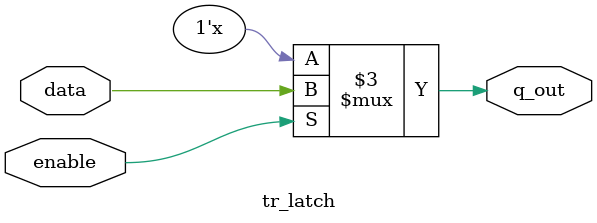
<source format=v>
module tr_latch (q_out, enable, data);
  output q_out;
  input enable, data;
  reg q_out;

  always @  (enable or data)
    begin 
      if (enable) q_out = data;	 
    end
endmodule


</source>
